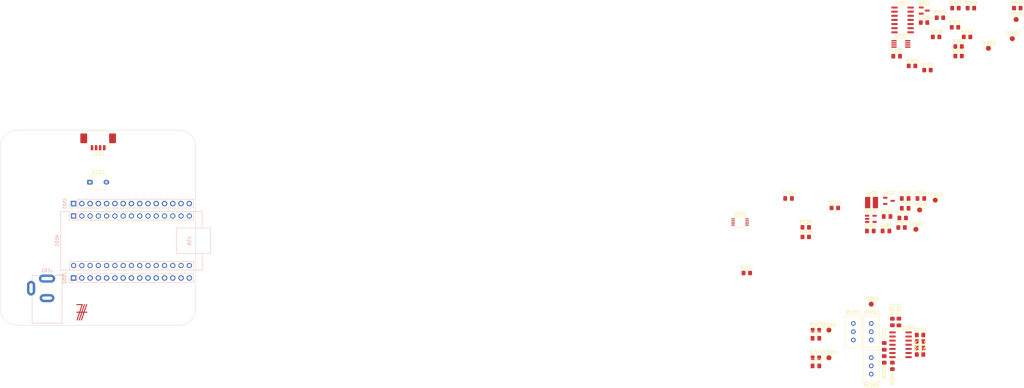
<source format=kicad_pcb>
(kicad_pcb (version 20211014) (generator pcbnew)

  (general
    (thickness 1.6)
  )

  (paper "A4")
  (layers
    (0 "F.Cu" signal)
    (31 "B.Cu" signal)
    (32 "B.Adhes" user "B.Adhesive")
    (33 "F.Adhes" user "F.Adhesive")
    (34 "B.Paste" user)
    (35 "F.Paste" user)
    (36 "B.SilkS" user "B.Silkscreen")
    (37 "F.SilkS" user "F.Silkscreen")
    (38 "B.Mask" user)
    (39 "F.Mask" user)
    (40 "Dwgs.User" user "User.Drawings")
    (41 "Cmts.User" user "User.Comments")
    (42 "Eco1.User" user "User.Eco1")
    (43 "Eco2.User" user "User.Eco2")
    (44 "Edge.Cuts" user)
    (45 "Margin" user)
    (46 "B.CrtYd" user "B.Courtyard")
    (47 "F.CrtYd" user "F.Courtyard")
    (48 "B.Fab" user)
    (49 "F.Fab" user)
    (50 "User.1" user)
    (51 "User.2" user)
    (52 "User.3" user)
    (53 "User.4" user)
    (54 "User.5" user)
    (55 "User.6" user)
    (56 "User.7" user)
    (57 "User.8" user)
    (58 "User.9" user)
  )

  (setup
    (pad_to_mask_clearance 0)
    (pcbplotparams
      (layerselection 0x00010fc_ffffffff)
      (disableapertmacros false)
      (usegerberextensions false)
      (usegerberattributes true)
      (usegerberadvancedattributes true)
      (creategerberjobfile true)
      (svguseinch false)
      (svgprecision 6)
      (excludeedgelayer true)
      (plotframeref false)
      (viasonmask false)
      (mode 1)
      (useauxorigin false)
      (hpglpennumber 1)
      (hpglpenspeed 20)
      (hpglpendiameter 15.000000)
      (dxfpolygonmode true)
      (dxfimperialunits true)
      (dxfusepcbnewfont true)
      (psnegative false)
      (psa4output false)
      (plotreference true)
      (plotvalue true)
      (plotinvisibletext false)
      (sketchpadsonfab false)
      (subtractmaskfromsilk false)
      (outputformat 1)
      (mirror false)
      (drillshape 1)
      (scaleselection 1)
      (outputdirectory "")
    )
  )

  (net 0 "")
  (net 1 "/MCU/nano1")
  (net 2 "/MCU/nano2")
  (net 3 "/MCU/nano3")
  (net 4 "GND")
  (net 5 "/MCU/nano5")
  (net 6 "/MCU/nano6")
  (net 7 "/MCU/nano7")
  (net 8 "/MCU/nano8")
  (net 9 "/MCU/nano9")
  (net 10 "/MCU/nano10")
  (net 11 "/MCU/nano11")
  (net 12 "/MCU/nano12")
  (net 13 "/MCU/nano13")
  (net 14 "/MCU/nano14")
  (net 15 "/MCU/nano15")
  (net 16 "/MCU/nano16")
  (net 17 "/MCU/nano17")
  (net 18 "/MCU/nano18")
  (net 19 "/MCU/nano19")
  (net 20 "/MCU/nano20")
  (net 21 "/MCU/nano21")
  (net 22 "/MCU/nano22")
  (net 23 "/MCU/nano23")
  (net 24 "/MCU/nano24")
  (net 25 "/MCU/nano25")
  (net 26 "/MCU/nano26")
  (net 27 "+5V")
  (net 28 "/MCU/nano28")
  (net 29 "/MCU/nano30")
  (net 30 "/Input/PD_IN")
  (net 31 "Net-(C201-Pad2)")
  (net 32 "/Input/V_I_photo")
  (net 33 "/Input/V_I_LED")
  (net 34 "+3.3V")
  (net 35 "+12V")
  (net 36 "unconnected-(J101-Pad3)")
  (net 37 "/Output/LED+")
  (net 38 "/Input/LED_RET")
  (net 39 "/Input/V_LED+")
  (net 40 "/Input/V_LED-")
  (net 41 "Net-(L401-Pad1)")
  (net 42 "Net-(Q301-Pad1)")
  (net 43 "Net-(Q301-Pad2)")
  (net 44 "Net-(R201-Pad1)")
  (net 45 "Net-(R203-Pad2)")
  (net 46 "Net-(R204-Pad1)")
  (net 47 "Net-(R204-Pad2)")
  (net 48 "Net-(R206-Pad1)")
  (net 49 "Net-(R207-Pad1)")
  (net 50 "Net-(R208-Pad1)")
  (net 51 "Net-(R209-Pad1)")
  (net 52 "/Output/current_setpoint")
  (net 53 "Net-(R401-Pad2)")
  (net 54 "Net-(RV202-Pad2)")
  (net 55 "unconnected-(U401-Pad1)")
  (net 56 "Net-(U201-Pad12)")
  (net 57 "Net-(R303-Pad1)")
  (net 58 "Net-(U301-Pad14)")
  (net 59 "Net-(U301-Pad7)")
  (net 60 "/Output/6")
  (net 61 "Net-(R210-Pad2)")
  (net 62 "Net-(R210-Pad1)")
  (net 63 "Net-(R213-Pad1)")
  (net 64 "Net-(R213-Pad2)")
  (net 65 "Net-(R301-Pad1)")
  (net 66 "Net-(R302-Pad1)")
  (net 67 "Net-(R302-Pad2)")
  (net 68 "Net-(R306-Pad2)")
  (net 69 "Net-(R307-Pad2)")
  (net 70 "Net-(R310-Pad2)")
  (net 71 "Net-(TP301-Pad1)")

  (footprint "Capacitor_SMD:C_0805_2012Metric_Pad1.18x1.45mm_HandSolder" (layer "F.Cu") (at 370.5 142.5))

  (footprint "TestPoint:TestPoint_Pad_D1.5mm" (layer "F.Cu") (at 387.5 123.5))

  (footprint "Package_TO_SOT_SMD:SOT-23-5" (layer "F.Cu") (at 387.395 97.27))

  (footprint "TestPoint:TestPoint_Pad_D1.5mm" (layer "F.Cu") (at 374.5 131.5))

  (footprint "Capacitor_SMD:C_0805_2012Metric_Pad1.18x1.45mm_HandSolder" (layer "F.Cu") (at 397.925 91))

  (footprint "Package_TO_SOT_SMD:SOT-23" (layer "F.Cu") (at 403.795 33.2))

  (footprint "Potentiometer_THT:Potentiometer_Bourns_3296W_Vertical" (layer "F.Cu") (at 387.5 129.45 90))

  (footprint "Resistor_SMD:R_0805_2012Metric_Pad1.20x1.40mm_HandSolder" (layer "F.Cu") (at 396.815 99.94))

  (footprint "Resistor_SMD:R_0805_2012Metric_Pad1.20x1.40mm_HandSolder" (layer "F.Cu") (at 403.725 36.9))

  (footprint "Resistor_SMD:R_0805_2012Metric_Pad1.20x1.40mm_HandSolder" (layer "F.Cu") (at 414.335 47.2))

  (footprint "Resistor_SMD:R_0805_2012Metric_Pad1.20x1.40mm_HandSolder" (layer "F.Cu") (at 402.5 133))

  (footprint "Resistor_SMD:R_0805_2012Metric_Pad1.20x1.40mm_HandSolder" (layer "F.Cu") (at 397.155 96.99))

  (footprint "Connector_Molex:Molex_PicoBlade_53261-0471_1x04-1MP_P1.25mm_Horizontal" (layer "F.Cu") (at 150 73 180))

  (footprint "OptoDevice:Osram_DIL2_4.3x4.65mm_P5.08mm" (layer "F.Cu") (at 147.46 86))

  (footprint "MountingHole:MountingHole_3.2mm_M3" (layer "F.Cu") (at 175 125))

  (footprint "Potentiometer_THT:Potentiometer_Bourns_3296W_Vertical" (layer "F.Cu") (at 382 129.45 90))

  (footprint "Resistor_SMD:R_0805_2012Metric_Pad1.20x1.40mm_HandSolder" (layer "F.Cu") (at 432.365 32.45))

  (footprint "Resistor_SMD:R_0805_2012Metric_Pad1.20x1.40mm_HandSolder" (layer "F.Cu") (at 408.615 35.4))

  (footprint "Resistor_SMD:R_0805_2012Metric_Pad1.20x1.40mm_HandSolder" (layer "F.Cu") (at 413.365 32.45))

  (footprint "Resistor_SMD:R_0805_2012Metric_Pad1.20x1.40mm_HandSolder" (layer "F.Cu") (at 407.435 41.3))

  (footprint "Package_SO:MSOP-8_3x3mm_P0.65mm" (layer "F.Cu") (at 396.605 43.46))

  (footprint "Package_SO:SOIC-14_3.9x8.7mm_P1.27mm" (layer "F.Cu") (at 397.125 36.08))

  (footprint "Seppl_Inductor_SMD:L_WE-PD2" (layer "F.Cu") (at 387.595 92.27))

  (footprint "TestPoint:TestPoint_Pad_D1.5mm" (layer "F.Cu") (at 432.015 35.95))

  (footprint "Seppl_Logo:Logo_3.3x5" (layer "F.Cu") (at 145 126))

  (footprint "Package_TO_SOT_SMD:SOT-23-3" (layer "F.Cu") (at 392.945 91.72))

  (footprint "Capacitor_SMD:C_0805_2012Metric_Pad1.18x1.45mm_HandSolder" (layer "F.Cu") (at 362.105 91))

  (footprint "TestPoint:TestPoint_Pad_D1.5mm" (layer "F.Cu") (at 430.835 41.85))

  (footprint "Capacitor_SMD:C_0805_2012Metric_Pad1.18x1.45mm_HandSolder" (layer "F.Cu") (at 397.925 94.01))

  (footprint "Resistor_SMD:R_0805_2012Metric_Pad1.20x1.40mm_HandSolder" (layer "F.Cu") (at 370.5 140))

  (footprint "Capacitor_SMD:C_0805_2012Metric_Pad1.18x1.45mm_HandSolder" (layer "F.Cu") (at 392.035 101))

  (footprint "Resistor_SMD:R_0805_2012Metric_Pad1.20x1.40mm_HandSolder" (layer "F.Cu") (at 414.335 44.25))

  (footprint "Capacitor_SMD:C_0805_2012Metric_Pad1.18x1.45mm_HandSolder" (layer "F.Cu") (at 387.225 101))

  (footprint "Package_SO:TSSOP-10_3x3mm_P0.5mm" (layer "F.Cu") (at 347.215 98.27))

  (footprint "TestPoint:TestPoint_Pad_D1.5mm" (layer "F.Cu") (at 374.5 140))

  (footprint "Resistor_SMD:R_0805_2012Metric_Pad1.20x1.40mm_HandSolder" (layer "F.Cu") (at 349.275 113.93))

  (footprint "TestPoint:TestPoint_Pad_D1.5mm" (layer "F.Cu") (at 407.165 91.52))

  (footprint "Resistor_SMD:R_0805_2012Metric_Pad1.20x1.40mm_HandSolder" (layer "F.Cu") (at 367.375 99.88))

  (footprint "TestPoint:TestPoint_Pad_D1.5mm" (layer "F.Cu") (at 423.485 44.8))

  (footprint "Resistor_SMD:R_0805_2012Metric_Pad1.20x1.40mm_HandSolder" (layer "F.Cu") (at 367.375 102.83))

  (footprint "TestPoint:TestPoint_Pad_D1.5mm" (layer "F.Cu") (at 401.215 100.49))

  (footprint "Potentiometer_THT:Potentiometer_Bourns_3296W_Vertical" (layer "F.Cu") (at 387.5 139.95 90))

  (footprint "Resistor_SMD:R_0805_2012Metric_Pad1.20x1.40mm_HandSolder" (layer "F.Cu") (at 394 142.5 90))

  (footprint "Resistor_SMD:R_0805_2012Metric_Pad1.20x1.40mm_HandSolder" (layer "F.Cu") (at 402.5 135 180))

  (footprint "Resistor_SMD:R_0805_2012Metric_Pad1.20x1.40mm_HandSolder" (layer "F.Cu") (at 391.5 140.5 90))

  (footprint "Resistor_SMD:R_0805_2012Metric_Pad1.20x1.40mm_HandSolder" (layer "F.Cu") (at 370.5 131.5))

  (footprint "Resistor_SMD:R_0805_2012Metric_Pad1.20x1.40mm_HandSolder" (layer "F.Cu") (at 400.025 50.22))

  (footprint "Capacitor_SMD:C_0805_2012Metric_Pad1.18x1.45mm_HandSolder" (layer "F.Cu") (at 402.735 91))

  (footprint "Resistor_SMD:R_0805_2012Metric_Pad1.20x1.40mm_HandSolder" (layer "F.Cu") (at 418.115 32.45))

  (footprint "MountingHole:MountingHole_3.2mm_M3" (layer "F.Cu") (at 125 125))

  (footprint "Capacitor_SMD:C_0805_2012Metric_Pad1.18x1.45mm_HandSolder" (layer "F.Cu") (at 395.305 47.24))

  (footprint "MountingHole:MountingHole_3.2mm_M3" (layer "F.Cu") (at 175 75))

  (footprint "MountingHole:MountingHole_3.2mm_M3" (layer "F.Cu") (at 125 75))

  (footprint "Capacitor_SMD:C_0805_2012Metric_Pad1.18x1.45mm_HandSolder" (layer "F.Cu") (at 370.5 134))

  (footprint "Resistor_SMD:R_0805_2012Metric_Pad1.20x1.40mm_HandSolder" (layer "F.Cu") (at 413.225 38.35))

  (footprint "Capacitor_SMD:C_0805_2012Metric_Pad1.18x1.45mm_HandSolder" (layer "F.Cu") (at 396 129 90))

  (footprint "TestPoint:TestPoint_Pad_D1.5mm" (layer "F.Cu") (at 402.355 94.53))

  (footprint "Capacitor_SMD:C_0805_2012Metric_Pad1.18x1.45mm_HandSolder" (layer "F.Cu") (at 391.5 136.5 90))

  (footprint "Resistor_SMD:R_0805_2012Metric_Pad1.20x1.40mm_HandSolder" (layer "F.Cu") (at 394 129 -90))

  (footprint "Resistor_SMD:R_0805_2012Metric_Pad1.20x1.40mm_HandSolder" (layer "F.Cu") (at 402.5 137))

  (footprint "Resistor_SMD:R_0805_2012Metric_Pad1.20x1.40mm_HandSolder" (layer "F.Cu") (at 376.325 93.92))

  (footprint "Resistor_SMD:R_0805_2012Metric_Pad1.20x1.40mm_HandSolder" (layer "F.Cu") (at 404.775 51.51))

  (footprint "Package_SO:SOIC-14_3.9x8.7mm_P1.27mm" (layer "F.Cu")
    (tedit 5D9F72B1) (tstamp e72b6842-1579-4f70-9c8c-1c6ef87244df)
    (at 396.5 136)
    (descr "SOIC, 14 Pin (JEDEC MS-012AB, https://www.analog.com/media/en/package-pcb-resources/package/pkg_pdf/soic_narrow-r/r_14.pdf), generated with kicad-footprint-generator ipc_gullwing_generator.py")
    (tags "SOIC SO")
    (property "Sheetfile" "input.kicad_sch")
    (property "Sheetname" "Input")
    (path "/785e83d4-381c-480c-84c0-1791482f2439/ff8f40eb-d63f-4b32-bf9f-faa28d3707c0")
    (attr smd)
    (fp_text reference "U201" (at 2.5 -5.28) (layer "F.SilkS")
      (effects (font (size 1 1) (thickness 0.15)))
      (tstamp 7bc836bd-6a75-4c89-8281-ab4f21e304cc)
    )
    (fp_text value "LM324" (at 0 5.28
... [44727 chars truncated]
</source>
